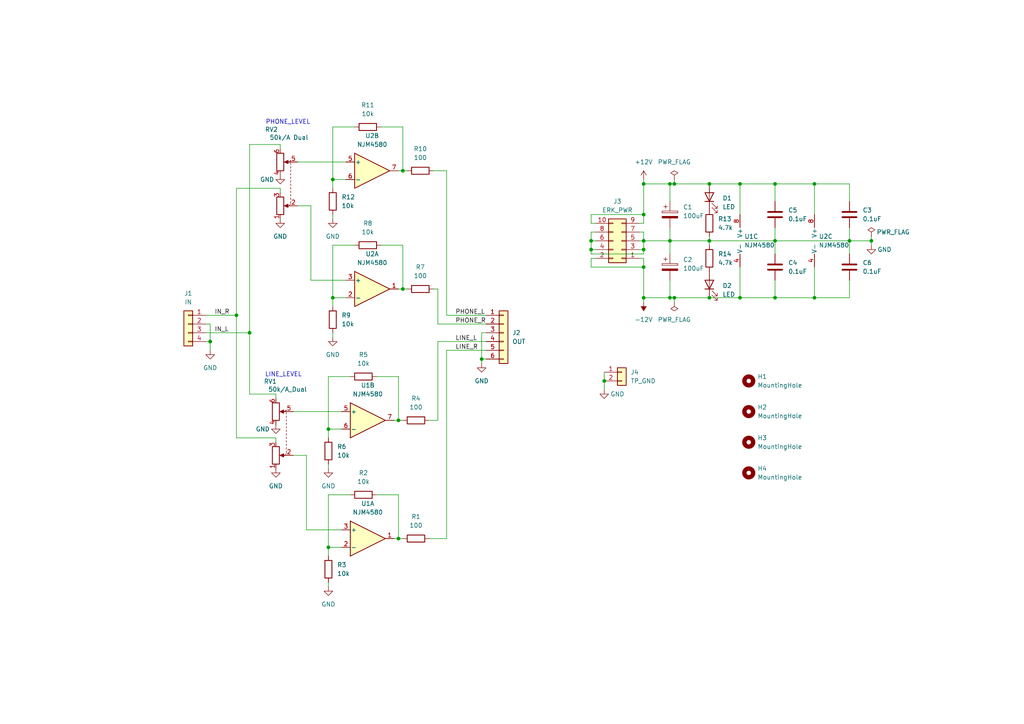
<source format=kicad_sch>
(kicad_sch (version 20211123) (generator eeschema)
  (paper "A4")
  (title_block (title "OUTPUT MOD") (date "2023-08-25") (rev "1.0") (company "PNPN Manufactory"))
  (lib_symbols
    (symbol "Amplifier_Operational:NJM4580" (pin_names (offset 0.127))
      (property "Reference" "U" (at 0 5.08 0))
      (property "Value" "NJM4580" (at 0 -5.08 0))
      (symbol "NJM4580_1_1"
        (polyline (pts (xy -5.08 5.08) (xy 5.08 0) (xy -5.08 -5.08) (xy -5.08 5.08)) (stroke (width 0.254)) (fill (type background)))
        (pin output line (at 7.62 0 180) (length 2.54) (name "~") (number "1"))
        (pin input line (at -7.62 -2.54 0) (length 2.54) (name "-") (number "2"))
        (pin input line (at -7.62 2.54 0) (length 2.54) (name "+") (number "3"))
      )
      (symbol "NJM4580_2_1"
        (polyline (pts (xy -5.08 5.08) (xy 5.08 0) (xy -5.08 -5.08) (xy -5.08 5.08)) (stroke (width 0.254)) (fill (type background)))
        (pin input line (at -7.62 2.54 0) (length 2.54) (name "+") (number "5"))
        (pin input line (at -7.62 -2.54 0) (length 2.54) (name "-") (number "6"))
        (pin output line (at 7.62 0 180) (length 2.54) (name "~") (number "7"))
      )
      (symbol "NJM4580_3_1"
        (pin power_in line (at -2.54 -7.62 90) (length 3.81) (name "V-") (number "4"))
        (pin power_in line (at -2.54 7.62 270) (length 3.81) (name "V+") (number "8"))
      )
    )
    (symbol "Connector_Generic:Conn_01x02" (pin_names (offset 1.016) hide)
      (property "Reference" "J" (at 0 2.54 0))
      (property "Value" "Conn_01x02" (at 0 -5.08 0))
      (symbol "Conn_01x02_1_1"
        (rectangle (start -1.27 -2.413) (end 0 -2.667) (stroke (width 0.1524)))
        (rectangle (start -1.27 0.127) (end 0 -0.127) (stroke (width 0.1524)))
        (rectangle (start -1.27 1.27) (end 1.27 -3.81) (stroke (width 0.254)) (fill (type background)))
        (pin passive line (at -5.08 0 0) (length 3.81) (name "Pin_1") (number "1"))
        (pin passive line (at -5.08 -2.54 0) (length 3.81) (name "Pin_2") (number "2"))
      )
    )
    (symbol "Connector_Generic:Conn_01x04" (pin_names (offset 1.016) hide)
      (property "Reference" "J" (at 0 5.08 0))
      (property "Value" "Conn_01x04" (at 0 -7.62 0))
      (symbol "Conn_01x04_1_1"
        (rectangle (start -1.27 -4.953) (end 0 -5.207) (stroke (width 0.1524)))
        (rectangle (start -1.27 -2.413) (end 0 -2.667) (stroke (width 0.1524)))
        (rectangle (start -1.27 0.127) (end 0 -0.127) (stroke (width 0.1524)))
        (rectangle (start -1.27 2.667) (end 0 2.413) (stroke (width 0.1524)))
        (rectangle (start -1.27 3.81) (end 1.27 -6.35) (stroke (width 0.254)) (fill (type background)))
        (pin passive line (at -5.08 2.54 0) (length 3.81) (name "Pin_1") (number "1"))
        (pin passive line (at -5.08 0 0) (length 3.81) (name "Pin_2") (number "2"))
        (pin passive line (at -5.08 -2.54 0) (length 3.81) (name "Pin_3") (number "3"))
        (pin passive line (at -5.08 -5.08 0) (length 3.81) (name "Pin_4") (number "4"))
      )
    )
    (symbol "Connector_Generic:Conn_01x06" (pin_names (offset 1.016) hide)
      (property "Reference" "J" (at 0 7.62 0))
      (property "Value" "Conn_01x06" (at 0 -10.16 0))
      (symbol "Conn_01x06_1_1"
        (rectangle (start -1.27 -7.493) (end 0 -7.747) (stroke (width 0.1524)))
        (rectangle (start -1.27 -4.953) (end 0 -5.207) (stroke (width 0.1524)))
        (rectangle (start -1.27 -2.413) (end 0 -2.667) (stroke (width 0.1524)))
        (rectangle (start -1.27 0.127) (end 0 -0.127) (stroke (width 0.1524)))
        (rectangle (start -1.27 2.667) (end 0 2.413) (stroke (width 0.1524)))
        (rectangle (start -1.27 5.207) (end 0 4.953) (stroke (width 0.1524)))
        (rectangle (start -1.27 6.35) (end 1.27 -8.89) (stroke (width 0.254)) (fill (type background)))
        (pin passive line (at -5.08 5.08 0) (length 3.81) (name "Pin_1") (number "1"))
        (pin passive line (at -5.08 2.54 0) (length 3.81) (name "Pin_2") (number "2"))
        (pin passive line (at -5.08 0 0) (length 3.81) (name "Pin_3") (number "3"))
        (pin passive line (at -5.08 -2.54 0) (length 3.81) (name "Pin_4") (number "4"))
        (pin passive line (at -5.08 -5.08 0) (length 3.81) (name "Pin_5") (number "5"))
        (pin passive line (at -5.08 -7.62 0) (length 3.81) (name "Pin_6") (number "6"))
      )
    )
    (symbol "Connector_Generic:Conn_02x05_Odd_Even" (pin_names (offset 1.016) hide)
      (property "Reference" "J" (at 1.27 7.62 0))
      (property "Value" "Conn_02x05_Odd_Even" (at 1.27 -7.62 0))
      (symbol "Conn_02x05_Odd_Even_1_1"
        (rectangle (start -1.27 -4.953) (end 0 -5.207) (stroke (width 0.1524)))
        (rectangle (start -1.27 -2.413) (end 0 -2.667) (stroke (width 0.1524)))
        (rectangle (start -1.27 0.127) (end 0 -0.127) (stroke (width 0.1524)))
        (rectangle (start -1.27 2.667) (end 0 2.413) (stroke (width 0.1524)))
        (rectangle (start -1.27 5.207) (end 0 4.953) (stroke (width 0.1524)))
        (rectangle (start -1.27 6.35) (end 3.81 -6.35) (stroke (width 0.254)) (fill (type background)))
        (rectangle (start 3.81 -4.953) (end 2.54 -5.207) (stroke (width 0.1524)))
        (rectangle (start 3.81 -2.413) (end 2.54 -2.667) (stroke (width 0.1524)))
        (rectangle (start 3.81 0.127) (end 2.54 -0.127) (stroke (width 0.1524)))
        (rectangle (start 3.81 2.667) (end 2.54 2.413) (stroke (width 0.1524)))
        (rectangle (start 3.81 5.207) (end 2.54 4.953) (stroke (width 0.1524)))
        (pin passive line (at -5.08 5.08 0) (length 3.81) (name "Pin_1") (number "1"))
        (pin passive line (at 7.62 -5.08 180) (length 3.81) (name "Pin_10") (number "10"))
        (pin passive line (at 7.62 5.08 180) (length 3.81) (name "Pin_2") (number "2"))
        (pin passive line (at -5.08 2.54 0) (length 3.81) (name "Pin_3") (number "3"))
        (pin passive line (at 7.62 2.54 180) (length 3.81) (name "Pin_4") (number "4"))
        (pin passive line (at -5.08 0 0) (length 3.81) (name "Pin_5") (number "5"))
        (pin passive line (at 7.62 0 180) (length 3.81) (name "Pin_6") (number "6"))
        (pin passive line (at -5.08 -2.54 0) (length 3.81) (name "Pin_7") (number "7"))
        (pin passive line (at 7.62 -2.54 180) (length 3.81) (name "Pin_8") (number "8"))
        (pin passive line (at -5.08 -5.08 0) (length 3.81) (name "Pin_9") (number "9"))
      )
    )
    (symbol "Device:C" (pin_numbers hide) (pin_names (offset 0.254))
      (property "Reference" "C" (at 0.635 2.54 0))
      (property "Value" "C" (at 0.635 -2.54 0))
      (symbol "C_0_1"
        (polyline (pts (xy -2.032 -0.762) (xy 2.032 -0.762)) (stroke (width 0.508)))
        (polyline (pts (xy -2.032 0.762) (xy 2.032 0.762)) (stroke (width 0.508)))
      )
      (symbol "C_1_1"
        (pin passive line (at 0 3.81 270) (length 2.794) (name "~") (number "1"))
        (pin passive line (at 0 -3.81 90) (length 2.794) (name "~") (number "2"))
      )
    )
    (symbol "Device:C_Polarized" (pin_numbers hide) (pin_names (offset 0.254))
      (property "Reference" "C" (at 0.635 2.54 0))
      (property "Value" "C_Polarized" (at 0.635 -2.54 0))
      (symbol "C_Polarized_0_1"
        (rectangle (start -2.286 0.508) (end 2.286 1.016))
        (polyline (pts (xy -1.778 2.286) (xy -0.762 2.286)))
        (polyline (pts (xy -1.27 2.794) (xy -1.27 1.778)))
        (rectangle (start 2.286 -0.508) (end -2.286 -1.016) (fill (type outline)))
      )
      (symbol "C_Polarized_1_1"
        (pin passive line (at 0 3.81 270) (length 2.794) (name "~") (number "1"))
        (pin passive line (at 0 -3.81 90) (length 2.794) (name "~") (number "2"))
      )
    )
    (symbol "Device:LED" (pin_numbers hide) (pin_names (offset 1.016) hide)
      (property "Reference" "D" (at 0 2.54 0))
      (property "Value" "LED" (at 0 -2.54 0))
      (symbol "LED_0_1"
        (polyline (pts (xy -1.27 -1.27) (xy -1.27 1.27)) (stroke (width 0.254)))
        (polyline (pts (xy -1.27 0) (xy 1.27 0)))
        (polyline (pts (xy 1.27 -1.27) (xy 1.27 1.27) (xy -1.27 0) (xy 1.27 -1.27)) (stroke (width 0.254)))
        (polyline (pts (xy -3.048 -0.762) (xy -4.572 -2.286) (xy -3.81 -2.286) (xy -4.572 -2.286) (xy -4.572 -1.524)))
        (polyline (pts (xy -1.778 -0.762) (xy -3.302 -2.286) (xy -2.54 -2.286) (xy -3.302 -2.286) (xy -3.302 -1.524)))
      )
      (symbol "LED_1_1"
        (pin passive line (at -3.81 0 0) (length 2.54) (name "K") (number "1"))
        (pin passive line (at 3.81 0 180) (length 2.54) (name "A") (number "2"))
      )
    )
    (symbol "Device:R" (pin_numbers hide) (pin_names (offset 0))
      (property "Reference" "R" (at 2.032 0 90))
      (property "Value" "R" (at 0 0 90))
      (symbol "R_0_1"
        (rectangle (start -1.016 -2.54) (end 1.016 2.54) (stroke (width 0.254)))
      )
      (symbol "R_1_1"
        (pin passive line (at 0 3.81 270) (length 1.27) (name "~") (number "1"))
        (pin passive line (at 0 -3.81 90) (length 1.27) (name "~") (number "2"))
      )
    )
    (symbol "Device:R_Potentiometer_Dual" (pin_names (offset 1.016) hide)
      (property "Reference" "RV" (at 0 3.81 0))
      (property "Value" "R_Potentiometer_Dual" (at 0 1.905 0))
      (symbol "R_Potentiometer_Dual_0_1"
        (rectangle (start -8.89 -1.524) (end -3.81 -3.556) (stroke (width 0.254)))
        (polyline (pts (xy -6.35 0) (xy -6.35 -1.016)))
        (polyline (pts (xy -6.35 0) (xy -6.35 -1.016)))
        (polyline (pts (xy -6.35 0) (xy -5.842 0.508)))
        (polyline (pts (xy -5.588 0.508) (xy -5.08 0.508)))
        (polyline (pts (xy -4.572 0.508) (xy -4.064 0.508)))
        (polyline (pts (xy -3.556 0.508) (xy -3.048 0.508)))
        (polyline (pts (xy -2.54 0.508) (xy -2.032 0.508)))
        (polyline (pts (xy -1.524 0.508) (xy -1.016 0.508)))
        (polyline (pts (xy -0.508 0.508) (xy 0 0.508)))
        (polyline (pts (xy 0.508 0.508) (xy 1.016 0.508)))
        (polyline (pts (xy 1.524 0.508) (xy 2.032 0.508)))
        (polyline (pts (xy 2.54 0.508) (xy 3.048 0.508)))
        (polyline (pts (xy 3.556 0.508) (xy 4.064 0.508)))
        (polyline (pts (xy 4.572 0.508) (xy 5.08 0.508)))
        (polyline (pts (xy 5.588 0.508) (xy 6.096 0.508)))
        (polyline (pts (xy 6.35 0) (xy 6.35 -1.016)))
        (polyline (pts (xy 6.35 0) (xy 6.35 -1.016)))
        (polyline (pts (xy 6.604 0.508) (xy 6.858 0.508) (xy 6.35 0)))
        (polyline (pts (xy -6.35 -1.397) (xy -6.858 -0.254) (xy -5.842 -0.254) (xy -6.35 -1.397)) (fill (type outline)))
        (polyline (pts (xy 6.35 -1.397) (xy 5.842 -0.254) (xy 6.858 -0.254) (xy 6.35 -1.397)) (fill (type outline)))
        (rectangle (start 3.81 -1.524) (end 8.89 -3.556) (stroke (width 0.254)))
      )
      (symbol "R_Potentiometer_Dual_1_1"
        (pin passive line (at -10.16 -2.54 0) (length 1.27) (name "1") (number "1"))
        (pin passive line (at -6.35 2.54 270) (length 2.54) (name "2") (number "2"))
        (pin passive line (at -2.54 -2.54 180) (length 1.27) (name "3") (number "3"))
        (pin passive line (at 2.54 -2.54 0) (length 1.27) (name "4") (number "4"))
        (pin passive line (at 6.35 2.54 270) (length 2.54) (name "5") (number "5"))
        (pin passive line (at 10.16 -2.54 180) (length 1.27) (name "6") (number "6"))
      )
    )
    (symbol "Mechanical:MountingHole" (pin_names (offset 1.016))
      (property "Reference" "H" (at 0 5.08 0))
      (property "Value" "MountingHole" (at 0 3.175 0))
      (symbol "MountingHole_0_1"
        (circle (center 0 0) (radius 1.27) (stroke (width 1.27)))
      )
    )
    (symbol "power:+12V" (power) (pin_names (offset 0))
      (property "Value" "+12V" (at 0 3.556 0))
      (symbol "+12V_0_1"
        (polyline (pts (xy -0.762 1.27) (xy 0 2.54)))
        (polyline (pts (xy 0 0) (xy 0 2.54)))
        (polyline (pts (xy 0 2.54) (xy 0.762 1.27)))
      )
      (symbol "+12V_1_1"
        (pin power_in line (at 0 0 90) (length 0) hide (name "+12V") (number "1"))
      )
    )
    (symbol "power:-12V" (power) (pin_names (offset 0))
      (property "Value" "-12V" (at 0 3.81 0))
      (symbol "-12V_0_0"
        (pin power_in line (at 0 0 90) (length 0) hide (name "-12V") (number "1"))
      )
      (symbol "-12V_0_1"
        (polyline (pts (xy 0 0) (xy 0 1.27) (xy 0.762 1.27) (xy 0 2.54) (xy -0.762 1.27) (xy 0 1.27)) (fill (type outline)))
      )
    )
    (symbol "power:GND" (power) (pin_names (offset 0))
      (property "Value" "GND" (at 0 -3.81 0))
      (symbol "GND_0_1"
        (polyline (pts (xy 0 0) (xy 0 -1.27) (xy 1.27 -1.27) (xy 0 -2.54) (xy -1.27 -1.27) (xy 0 -1.27)))
      )
      (symbol "GND_1_1"
        (pin power_in line (at 0 0 270) (length 0) hide (name "GND") (number "1"))
      )
    )
    (symbol "power:PWR_FLAG" (power) (pin_numbers hide) (pin_names (offset 0) hide)
      (property "Value" "PWR_FLAG" (at 0 3.81 0))
      (symbol "PWR_FLAG_0_0"
        (pin power_out line (at 0 0 90) (length 0) (name "pwr") (number "1"))
      )
      (symbol "PWR_FLAG_0_1"
        (polyline (pts (xy 0 0) (xy 0 1.27) (xy -1.016 1.905) (xy 0 2.54) (xy 1.016 1.905) (xy 0 1.27)))
      )
    )
  )
  (junction (at 115.57 121.92))
  (junction (at 205.74 86.36))
  (junction (at 224.79 69.85))
  (junction (at 95.25 158.75))
  (junction (at 171.45 69.85))
  (junction (at 205.74 53.34))
  (junction (at 246.38 69.85))
  (junction (at 186.69 62.23))
  (junction (at 214.63 53.34))
  (junction (at 205.74 69.85))
  (junction (at 68.58 91.44))
  (junction (at 236.22 53.34))
  (junction (at 186.69 53.34))
  (junction (at 60.96 99.06))
  (junction (at 175.26 110.49))
  (junction (at 195.58 86.36))
  (junction (at 186.69 86.36))
  (junction (at 115.57 156.21))
  (junction (at 236.22 86.36))
  (junction (at 224.79 53.34))
  (junction (at 95.25 124.46))
  (junction (at 186.69 77.47))
  (junction (at 116.84 49.53))
  (junction (at 186.69 72.39))
  (junction (at 252.73 69.85))
  (junction (at 139.7 104.14))
  (junction (at 194.31 53.34))
  (junction (at 171.45 72.39))
  (junction (at 116.84 83.82))
  (junction (at 96.52 86.36))
  (junction (at 96.52 52.07))
  (junction (at 195.58 53.34))
  (junction (at 194.31 69.85))
  (junction (at 194.31 86.36))
  (junction (at 214.63 86.36))
  (junction (at 72.39 96.52))
  (junction (at 186.69 69.85))
  (junction (at 224.79 86.36))
  (wire (pts (xy 95.25 109.22) (xy 101.6 109.22)))
  (wire (pts (xy 186.69 53.34) (xy 194.31 53.34)))
  (wire (pts (xy 116.84 71.12) (xy 116.84 83.82)))
  (wire (pts (xy 80.01 127) (xy 80.01 128.27)))
  (wire (pts (xy 224.79 86.36) (xy 236.22 86.36)))
  (wire (pts (xy 100.33 52.07) (xy 96.52 52.07)))
  (wire (pts (xy 171.45 64.77) (xy 171.45 62.23)))
  (wire (pts (xy 100.33 86.36) (xy 96.52 86.36)))
  (wire (pts (xy 96.52 36.83) (xy 102.87 36.83)))
  (wire (pts (xy 115.57 121.92) (xy 114.3 121.92)))
  (wire (pts (xy 224.79 81.28) (xy 224.79 86.36)))
  (wire (pts (xy 246.38 81.28) (xy 246.38 86.36)))
  (wire (pts (xy 125.73 83.82) (xy 127 83.82)))
  (wire (pts (xy 59.69 96.52) (xy 72.39 96.52)))
  (wire (pts (xy 194.31 81.28) (xy 194.31 86.36)))
  (wire (pts (xy 246.38 66.04) (xy 246.38 69.85)))
  (wire (pts (xy 96.52 52.07) (xy 96.52 54.61)))
  (wire (pts (xy 186.69 69.85) (xy 186.69 72.39)))
  (wire (pts (xy 140.97 96.52) (xy 139.7 96.52)))
  (wire (pts (xy 59.69 99.06) (xy 60.96 99.06)))
  (wire (pts (xy 116.84 83.82) (xy 118.11 83.82)))
  (wire (pts (xy 185.42 67.31) (xy 186.69 67.31)))
  (wire (pts (xy 115.57 143.51) (xy 115.57 156.21)))
  (wire (pts (xy 224.79 69.85) (xy 224.79 73.66)))
  (wire (pts (xy 205.74 69.85) (xy 205.74 71.12)))
  (wire (pts (xy 171.45 62.23) (xy 186.69 62.23)))
  (wire (pts (xy 72.39 114.3) (xy 80.01 114.3)))
  (wire (pts (xy 205.74 86.36) (xy 214.63 86.36)))
  (wire (pts (xy 194.31 86.36) (xy 195.58 86.36)))
  (wire (pts (xy 171.45 77.47) (xy 186.69 77.47)))
  (wire (pts (xy 68.58 127) (xy 80.01 127)))
  (wire (pts (xy 72.39 41.91) (xy 72.39 96.52)))
  (wire (pts (xy 186.69 62.23) (xy 186.69 64.77)))
  (wire (pts (xy 171.45 67.31) (xy 171.45 69.85)))
  (wire (pts (xy 95.25 158.75) (xy 95.25 143.51)))
  (wire (pts (xy 110.49 71.12) (xy 116.84 71.12)))
  (wire (pts (xy 99.06 158.75) (xy 95.25 158.75)))
  (wire (pts (xy 127 83.82) (xy 127 93.98)))
  (wire (pts (xy 224.79 53.34) (xy 224.79 58.42)))
  (wire (pts (xy 115.57 109.22) (xy 115.57 121.92)))
  (wire (pts (xy 80.01 114.3) (xy 80.01 115.57)))
  (wire (pts (xy 186.69 62.23) (xy 186.69 53.34)))
  (wire (pts (xy 214.63 86.36) (xy 224.79 86.36)))
  (wire (pts (xy 124.46 121.92) (xy 127 121.92)))
  (wire (pts (xy 186.69 86.36) (xy 194.31 86.36)))
  (wire (pts (xy 186.69 52.07) (xy 186.69 53.34)))
  (wire (pts (xy 116.84 83.82) (xy 115.57 83.82)))
  (wire (pts (xy 60.96 99.06) (xy 60.96 101.6)))
  (wire (pts (xy 88.9 132.08) (xy 88.9 153.67)))
  (wire (pts (xy 195.58 52.07) (xy 195.58 53.34)))
  (wire (pts (xy 171.45 69.85) (xy 172.72 69.85)))
  (wire (pts (xy 129.54 156.21) (xy 129.54 101.6)))
  (wire (pts (xy 96.52 52.07) (xy 96.52 36.83)))
  (wire (pts (xy 115.57 156.21) (xy 116.84 156.21)))
  (wire (pts (xy 139.7 104.14) (xy 139.7 105.41)))
  (wire (pts (xy 59.69 93.98) (xy 60.96 93.98)))
  (wire (pts (xy 139.7 96.52) (xy 139.7 104.14)))
  (wire (pts (xy 95.25 134.62) (xy 95.25 135.89)))
  (wire (pts (xy 68.58 91.44) (xy 68.58 127)))
  (wire (pts (xy 185.42 69.85) (xy 186.69 69.85)))
  (wire (pts (xy 90.17 81.28) (xy 100.33 81.28)))
  (wire (pts (xy 172.72 74.93) (xy 171.45 74.93)))
  (wire (pts (xy 186.69 77.47) (xy 186.69 86.36)))
  (wire (pts (xy 116.84 36.83) (xy 116.84 49.53)))
  (wire (pts (xy 68.58 54.61) (xy 81.28 54.61)))
  (wire (pts (xy 95.25 143.51) (xy 101.6 143.51)))
  (wire (pts (xy 68.58 54.61) (xy 68.58 91.44)))
  (wire (pts (xy 139.7 104.14) (xy 140.97 104.14)))
  (wire (pts (xy 172.72 64.77) (xy 171.45 64.77)))
  (wire (pts (xy 236.22 53.34) (xy 236.22 62.23)))
  (wire (pts (xy 116.84 49.53) (xy 118.11 49.53)))
  (wire (pts (xy 236.22 77.47) (xy 236.22 86.36)))
  (wire (pts (xy 224.79 66.04) (xy 224.79 69.85)))
  (wire (pts (xy 171.45 73.66) (xy 186.69 73.66)))
  (wire (pts (xy 96.52 71.12) (xy 102.87 71.12)))
  (wire (pts (xy 236.22 86.36) (xy 246.38 86.36)))
  (wire (pts (xy 175.26 110.49) (xy 175.26 113.03)))
  (wire (pts (xy 246.38 69.85) (xy 246.38 73.66)))
  (wire (pts (xy 129.54 101.6) (xy 140.97 101.6)))
  (wire (pts (xy 72.39 96.52) (xy 72.39 114.3)))
  (wire (pts (xy 95.25 168.91) (xy 95.25 170.18)))
  (wire (pts (xy 194.31 69.85) (xy 194.31 73.66)))
  (wire (pts (xy 95.25 158.75) (xy 95.25 161.29)))
  (wire (pts (xy 185.42 72.39) (xy 186.69 72.39)))
  (wire (pts (xy 140.97 91.44) (xy 129.54 91.44)))
  (wire (pts (xy 127 99.06) (xy 140.97 99.06)))
  (wire (pts (xy 246.38 53.34) (xy 246.38 58.42)))
  (wire (pts (xy 115.57 156.21) (xy 114.3 156.21)))
  (wire (pts (xy 171.45 69.85) (xy 171.45 72.39)))
  (wire (pts (xy 85.09 119.38) (xy 99.06 119.38)))
  (wire (pts (xy 85.09 132.08) (xy 88.9 132.08)))
  (wire (pts (xy 214.63 62.23) (xy 214.63 53.34)))
  (wire (pts (xy 194.31 69.85) (xy 205.74 69.85)))
  (wire (pts (xy 109.22 109.22) (xy 115.57 109.22)))
  (wire (pts (xy 96.52 86.36) (xy 96.52 88.9)))
  (wire (pts (xy 127 93.98) (xy 140.97 93.98)))
  (wire (pts (xy 185.42 64.77) (xy 186.69 64.77)))
  (wire (pts (xy 186.69 69.85) (xy 194.31 69.85)))
  (wire (pts (xy 224.79 53.34) (xy 236.22 53.34)))
  (wire (pts (xy 110.49 36.83) (xy 116.84 36.83)))
  (wire (pts (xy 236.22 53.34) (xy 246.38 53.34)))
  (wire (pts (xy 195.58 53.34) (xy 205.74 53.34)))
  (wire (pts (xy 115.57 121.92) (xy 116.84 121.92)))
  (wire (pts (xy 99.06 124.46) (xy 95.25 124.46)))
  (wire (pts (xy 95.25 124.46) (xy 95.25 109.22)))
  (wire (pts (xy 81.28 54.61) (xy 81.28 55.88)))
  (wire (pts (xy 124.46 156.21) (xy 129.54 156.21)))
  (wire (pts (xy 59.69 91.44) (xy 68.58 91.44)))
  (wire (pts (xy 171.45 72.39) (xy 171.45 73.66)))
  (wire (pts (xy 186.69 67.31) (xy 186.69 69.85)))
  (wire (pts (xy 205.74 53.34) (xy 214.63 53.34)))
  (wire (pts (xy 194.31 66.04) (xy 194.31 69.85)))
  (wire (pts (xy 214.63 77.47) (xy 214.63 86.36)))
  (wire (pts (xy 252.73 69.85) (xy 252.73 71.12)))
  (wire (pts (xy 186.69 74.93) (xy 185.42 74.93)))
  (wire (pts (xy 175.26 107.95) (xy 175.26 110.49)))
  (wire (pts (xy 214.63 53.34) (xy 224.79 53.34)))
  (wire (pts (xy 86.36 46.99) (xy 100.33 46.99)))
  (wire (pts (xy 129.54 91.44) (xy 129.54 49.53)))
  (wire (pts (xy 194.31 58.42) (xy 194.31 53.34)))
  (wire (pts (xy 90.17 59.69) (xy 90.17 81.28)))
  (wire (pts (xy 171.45 72.39) (xy 172.72 72.39)))
  (wire (pts (xy 96.52 96.52) (xy 96.52 97.79)))
  (wire (pts (xy 171.45 74.93) (xy 171.45 77.47)))
  (wire (pts (xy 88.9 153.67) (xy 99.06 153.67)))
  (wire (pts (xy 72.39 41.91) (xy 81.28 41.91)))
  (wire (pts (xy 186.69 77.47) (xy 186.69 74.93)))
  (wire (pts (xy 116.84 49.53) (xy 115.57 49.53)))
  (wire (pts (xy 109.22 143.51) (xy 115.57 143.51)))
  (wire (pts (xy 194.31 53.34) (xy 195.58 53.34)))
  (wire (pts (xy 127 121.92) (xy 127 99.06)))
  (wire (pts (xy 186.69 86.36) (xy 186.69 87.63)))
  (wire (pts (xy 246.38 69.85) (xy 252.73 69.85)))
  (wire (pts (xy 172.72 67.31) (xy 171.45 67.31)))
  (wire (pts (xy 252.73 68.58) (xy 252.73 69.85)))
  (wire (pts (xy 60.96 93.98) (xy 60.96 99.06)))
  (wire (pts (xy 186.69 72.39) (xy 186.69 73.66)))
  (wire (pts (xy 205.74 69.85) (xy 224.79 69.85)))
  (wire (pts (xy 224.79 69.85) (xy 246.38 69.85)))
  (wire (pts (xy 95.25 124.46) (xy 95.25 127)))
  (wire (pts (xy 129.54 49.53) (xy 125.73 49.53)))
  (wire (pts (xy 81.28 41.91) (xy 81.28 43.18)))
  (wire (pts (xy 195.58 86.36) (xy 195.58 87.63)))
  (wire (pts (xy 86.36 59.69) (xy 90.17 59.69)))
  (wire (pts (xy 96.52 62.23) (xy 96.52 63.5)))
  (wire (pts (xy 205.74 68.58) (xy 205.74 69.85)))
  (wire (pts (xy 195.58 86.36) (xy 205.74 86.36)))
  (wire (pts (xy 96.52 86.36) (xy 96.52 71.12)))
  (text "PHONE_LEVEL" (at 77.0254 36.2319 0) (effects (font (size 1.27 1.27)) (justify left bottom)))
  (text "LINE_LEVEL" (at 76.857 109.4597 0) (effects (font (size 1.27 1.27)) (justify left bottom)))
  (label "PHONE_R" (at 132.08 93.98 0))
  (label "LINE_L" (at 132.08 99.06 0))
  (label "PHONE_L" (at 132.08 91.44 0))
  (label "IN_R" (at 62.23 91.44 0))
  (label "IN_L" (at 62.23 96.52 0))
  (label "LINE_R" (at 132.08 101.6 0))
  (symbol (lib_id "Device:R_Potentiometer_Dual") (at 83.82 53.34 270) (mirror x) (unit 1)
    (property "Reference" "RV2" (at 80.6311 37.5637 90) (effects (justify right)))
    (property "Value" "50k/A Dual" (at 89.4668 39.8785 90) (effects (justify right)))
    (property "Footprint" "Potentiometer_THT:Potentiometer_Alps_RK097_Dual_Horizontal" (effects hide))
  )
  (symbol (lib_id "Device:R") (at 121.92 83.82 90) (unit 1)
    (property "Reference" "R7" (at 121.92 77.47 90))
    (property "Value" "100" (at 121.92 80.01 90))
    (property "Footprint" "Resistor_THT:R_Axial_DIN0207_L6.3mm_D2.5mm_P10.16mm_Horizontal" (effects hide))
  )
  (symbol (lib_id "power:GND") (at 96.52 63.5 0) (unit 1)
    (property "Reference" "#PWR08" (effects hide))
    (property "Value" "GND" (at 96.52 68.58 0))
  )
  (symbol (lib_id "power:-12V") (at 186.69 87.63 180) (unit 1)
    (property "Reference" "#PWR013" (effects hide))
    (property "Value" "-12V" (at 186.69 92.71 0))
  )
  (symbol (lib_id "power:GND") (at 95.25 170.18 0) (unit 1)
    (property "Reference" "#PWR07" (effects hide))
    (property "Value" "GND" (at 95.25 175.26 0))
  )
  (symbol (lib_id "power:GND") (at 80.01 123.19 0) (unit 1)
    (property "Reference" "#PWR02" (effects hide))
    (property "Value" "GND" (at 76.2 124.46 0))
  )
  (symbol (lib_id "Mechanical:MountingHole") (at 217.17 128.27 0) (unit 1)
    (property "Reference" "H3" (at 219.71 126.9999 0) (effects (justify left)))
    (property "Value" "MountingHole" (at 219.71 129.5399 0) (effects (justify left)))
    (property "Footprint" "MountingHole:MountingHole_3.2mm_M3" (effects hide))
  )
  (symbol (lib_id "power:GND") (at 81.28 63.5 0) (unit 1)
    (property "Reference" "#PWR05" (effects hide))
    (property "Value" "GND" (at 81.28 68.58 0))
  )
  (symbol (lib_id "power:GND") (at 175.26 113.03 0) (unit 1)
    (property "Reference" "#PWR011" (effects hide))
    (property "Value" "GND" (at 179.07 114.3 0))
  )
  (symbol (lib_id "Device:C") (at 224.79 77.47 0) (unit 1)
    (property "Reference" "C4" (at 228.6 76.1999 0) (effects (justify left)))
    (property "Value" "0.1uF" (at 228.6 78.7399 0) (effects (justify left)))
    (property "Footprint" "Capacitor_THT:C_Disc_D3.0mm_W1.6mm_P2.50mm" (effects hide))
  )
  (symbol (lib_id "Device:R") (at 106.68 71.12 90) (unit 1)
    (property "Reference" "R8" (at 106.68 64.77 90))
    (property "Value" "10k" (at 106.68 67.31 90))
    (property "Footprint" "Resistor_THT:R_Axial_DIN0207_L6.3mm_D2.5mm_P10.16mm_Horizontal" (effects hide))
  )
  (symbol (lib_id "Device:C_Polarized") (at 194.31 62.23 0) (unit 1)
    (property "Reference" "C1" (at 198.12 60.0709 0) (effects (justify left)))
    (property "Value" "100uF" (at 198.12 62.6109 0) (effects (justify left)))
    (property "Footprint" "Capacitor_THT:CP_Radial_D6.3mm_P2.50mm" (effects hide))
  )
  (symbol (lib_id "power:GND") (at 252.73 71.12 0) (unit 1)
    (property "Reference" "#PWR014" (effects hide))
    (property "Value" "GND" (at 256.54 72.39 0))
  )
  (symbol (lib_id "Connector_Generic:Conn_01x02") (at 180.34 107.95 0) (unit 1)
    (property "Reference" "J4" (at 182.88 107.9499 0) (effects (justify left)))
    (property "Value" "TP_GND" (at 182.88 110.4899 0) (effects (justify left)))
    (property "Footprint" "Connector_PinHeader_2.54mm:PinHeader_1x02_P2.54mm_Vertical" (effects hide))
  )
  (symbol (lib_id "Device:R") (at 121.92 49.53 90) (unit 1)
    (property "Reference" "R10" (at 121.92 43.18 90))
    (property "Value" "100" (at 121.92 45.72 90))
    (property "Footprint" "Resistor_THT:R_Axial_DIN0207_L6.3mm_D2.5mm_P10.16mm_Horizontal" (effects hide))
  )
  (symbol (lib_id "power:GND") (at 139.7 105.41 0) (unit 1)
    (property "Reference" "#PWR010" (effects hide))
    (property "Value" "GND" (at 139.7 110.49 0))
  )
  (symbol (lib_id "Amplifier_Operational:NJM4580") (at 238.76 69.85 0) (unit 3)
    (property "Reference" "U2" (at 237.49 68.5799 0) (effects (justify left)))
    (property "Value" "NJM4580" (at 237.49 71.1199 0) (effects (justify left)))
    (property "Footprint" "Package_DIP:DIP-8_W7.62mm_Socket" (effects hide))
    (property "Datasheet" "http://www.njr.com/semicon/PDF/NJM4580_E.pdf" (effects hide))
  )
  (symbol (lib_id "Amplifier_Operational:NJM4580") (at 106.68 121.92 0) (unit 2)
    (property "Reference" "U1" (at 106.68 111.76 0))
    (property "Value" "NJM4580" (at 106.68 114.3 0))
    (property "Footprint" "Package_DIP:DIP-8_W7.62mm_Socket" (effects hide))
    (property "Datasheet" "http://www.njr.com/semicon/PDF/NJM4580_E.pdf" (effects hide))
  )
  (symbol (lib_id "power:+12V") (at 186.69 52.07 0) (unit 1)
    (property "Reference" "#PWR012" (effects hide))
    (property "Value" "+12V" (at 186.69 46.99 0))
  )
  (symbol (lib_id "Mechanical:MountingHole") (at 217.17 119.38 0) (unit 1)
    (property "Reference" "H2" (at 219.71 118.1099 0) (effects (justify left)))
    (property "Value" "MountingHole" (at 219.71 120.6499 0) (effects (justify left)))
    (property "Footprint" "MountingHole:MountingHole_3.2mm_M3" (effects hide))
  )
  (symbol (lib_id "Connector_Generic:Conn_02x05_Odd_Even") (at 180.34 69.85 180) (unit 1)
    (property "Reference" "J3" (at 179.07 58.42 0))
    (property "Value" "ERK_PWR" (at 179.07 60.96 0))
    (property "Footprint" "Connector_IDC:IDC-Header_2x05_P2.54mm_Vertical" (effects hide))
  )
  (symbol (lib_id "Mechanical:MountingHole") (at 217.17 137.16 0) (unit 1)
    (property "Reference" "H4" (at 219.71 135.8899 0) (effects (justify left)))
    (property "Value" "MountingHole" (at 219.71 138.4299 0) (effects (justify left)))
    (property "Footprint" "MountingHole:MountingHole_3.2mm_M3" (effects hide))
  )
  (symbol (lib_id "Device:C_Polarized") (at 194.31 77.47 0) (unit 1)
    (property "Reference" "C2" (at 198.12 75.3109 0) (effects (justify left)))
    (property "Value" "100uF" (at 198.12 77.8509 0) (effects (justify left)))
    (property "Footprint" "Capacitor_THT:CP_Radial_D6.3mm_P2.50mm" (effects hide))
  )
  (symbol (lib_id "Connector_Generic:Conn_01x06") (at 146.05 96.52 0) (unit 1)
    (property "Reference" "J2" (at 148.59 96.5199 0) (effects (justify left)))
    (property "Value" "OUT" (at 148.59 99.0599 0) (effects (justify left)))
    (property "Footprint" "Connector_JST:JST_XH_B6B-XH-A_1x06_P2.50mm_Vertical" (effects hide))
  )
  (symbol (lib_id "Amplifier_Operational:NJM4580") (at 106.68 156.21 0) (unit 1)
    (property "Reference" "U1" (at 106.68 146.05 0))
    (property "Value" "NJM4580" (at 106.68 148.59 0))
    (property "Footprint" "Package_DIP:DIP-8_W7.62mm_Socket" (effects hide))
    (property "Datasheet" "http://www.njr.com/semicon/PDF/NJM4580_E.pdf" (effects hide))
  )
  (symbol (lib_id "Amplifier_Operational:NJM4580") (at 107.95 49.53 0) (unit 2)
    (property "Reference" "U2" (at 107.95 39.37 0))
    (property "Value" "NJM4580" (at 107.95 41.91 0))
    (property "Footprint" "Package_DIP:DIP-8_W7.62mm_Socket" (effects hide))
    (property "Datasheet" "http://www.njr.com/semicon/PDF/NJM4580_E.pdf" (effects hide))
  )
  (symbol (lib_id "Device:R") (at 106.68 36.83 90) (unit 1)
    (property "Reference" "R11" (at 106.68 30.48 90))
    (property "Value" "10k" (at 106.68 33.02 90))
    (property "Footprint" "Resistor_THT:R_Axial_DIN0207_L6.3mm_D2.5mm_P10.16mm_Horizontal" (effects hide))
  )
  (symbol (lib_id "power:GND") (at 81.28 50.8 0) (unit 1)
    (property "Reference" "#PWR04" (effects hide))
    (property "Value" "GND" (at 77.47 52.07 0))
  )
  (symbol (lib_id "power:GND") (at 60.96 101.6 0) (unit 1)
    (property "Reference" "#PWR01" (effects hide))
    (property "Value" "GND" (at 60.96 106.68 0))
  )
  (symbol (lib_id "Amplifier_Operational:NJM4580") (at 217.17 69.85 0) (unit 3)
    (property "Reference" "U1" (at 215.9 68.5799 0) (effects (justify left)))
    (property "Value" "NJM4580" (at 215.9 71.1199 0) (effects (justify left)))
    (property "Footprint" "Package_DIP:DIP-8_W7.62mm_Socket" (effects hide))
    (property "Datasheet" "http://www.njr.com/semicon/PDF/NJM4580_E.pdf" (effects hide))
  )
  (symbol (lib_id "Mechanical:MountingHole") (at 217.17 110.49 0) (unit 1)
    (property "Reference" "H1" (at 219.71 109.2199 0) (effects (justify left)))
    (property "Value" "MountingHole" (at 219.71 111.7599 0) (effects (justify left)))
    (property "Footprint" "MountingHole:MountingHole_3.2mm_M3" (effects hide))
  )
  (symbol (lib_id "Device:R") (at 105.41 143.51 90) (unit 1)
    (property "Reference" "R2" (at 105.41 137.16 90))
    (property "Value" "10k" (at 105.41 139.7 90))
    (property "Footprint" "Resistor_THT:R_Axial_DIN0207_L6.3mm_D2.5mm_P10.16mm_Horizontal" (effects hide))
  )
  (symbol (lib_id "Device:R") (at 96.52 92.71 0) (unit 1)
    (property "Reference" "R9" (at 99.06 91.4399 0) (effects (justify left)))
    (property "Value" "10k" (at 99.06 93.9799 0) (effects (justify left)))
    (property "Footprint" "Resistor_THT:R_Axial_DIN0207_L6.3mm_D2.5mm_P10.16mm_Horizontal" (effects hide))
  )
  (symbol (lib_id "Device:LED") (at 205.74 82.55 90) (unit 1)
    (property "Reference" "D2" (at 209.55 82.8674 90) (effects (justify right)))
    (property "Value" "LED" (at 209.55 85.4074 90) (effects (justify right)))
    (property "Footprint" "LED_THT:LED_D3.0mm" (effects hide))
  )
  (symbol (lib_id "Device:C") (at 246.38 62.23 0) (unit 1)
    (property "Reference" "C3" (at 250.19 60.9599 0) (effects (justify left)))
    (property "Value" "0.1uF" (at 250.19 63.4999 0) (effects (justify left)))
    (property "Footprint" "Capacitor_THT:C_Disc_D3.0mm_W1.6mm_P2.50mm" (effects hide))
  )
  (symbol (lib_id "Device:R") (at 105.41 109.22 90) (unit 1)
    (property "Reference" "R5" (at 105.41 102.87 90))
    (property "Value" "10k" (at 105.41 105.41 90))
    (property "Footprint" "Resistor_THT:R_Axial_DIN0207_L6.3mm_D2.5mm_P10.16mm_Horizontal" (effects hide))
  )
  (symbol (lib_id "Device:R_Potentiometer_Dual") (at 82.55 125.73 270) (mirror x) (unit 1)
    (property "Reference" "RV1" (at 80.3019 110.6232 90) (effects (justify right)))
    (property "Value" "50k/A_Dual" (at 89.074 112.9379 90) (effects (justify right)))
    (property "Footprint" "Potentiometer_THT:Potentiometer_Alps_RK097_Dual_Horizontal" (effects hide))
  )
  (symbol (lib_id "Device:R") (at 95.25 165.1 0) (unit 1)
    (property "Reference" "R3" (at 97.79 163.8299 0) (effects (justify left)))
    (property "Value" "10k" (at 97.79 166.3699 0) (effects (justify left)))
    (property "Footprint" "Resistor_THT:R_Axial_DIN0207_L6.3mm_D2.5mm_P10.16mm_Horizontal" (effects hide))
  )
  (symbol (lib_id "power:GND") (at 96.52 97.79 0) (unit 1)
    (property "Reference" "#PWR09" (effects hide))
    (property "Value" "GND" (at 96.52 102.87 0))
  )
  (symbol (lib_id "Device:R") (at 96.52 58.42 0) (unit 1)
    (property "Reference" "R12" (at 99.06 57.1499 0) (effects (justify left)))
    (property "Value" "10k" (at 99.06 59.6899 0) (effects (justify left)))
    (property "Footprint" "Resistor_THT:R_Axial_DIN0207_L6.3mm_D2.5mm_P10.16mm_Horizontal" (effects hide))
  )
  (symbol (lib_id "Device:C") (at 224.79 62.23 0) (unit 1)
    (property "Reference" "C5" (at 228.6 60.9599 0) (effects (justify left)))
    (property "Value" "0.1uF" (at 228.6 63.4999 0) (effects (justify left)))
    (property "Footprint" "Capacitor_THT:C_Disc_D3.0mm_W1.6mm_P2.50mm" (effects hide))
  )
  (symbol (lib_id "Device:R") (at 120.65 121.92 90) (unit 1)
    (property "Reference" "R4" (at 120.65 115.57 90))
    (property "Value" "100" (at 120.65 118.11 90))
    (property "Footprint" "Resistor_THT:R_Axial_DIN0207_L6.3mm_D2.5mm_P10.16mm_Horizontal" (effects hide))
  )
  (symbol (lib_id "Device:R") (at 205.74 64.77 0) (unit 1)
    (property "Reference" "R13" (at 208.28 63.4999 0) (effects (justify left)))
    (property "Value" "4.7k" (at 208.28 66.0399 0) (effects (justify left)))
    (property "Footprint" "Resistor_THT:R_Axial_DIN0207_L6.3mm_D2.5mm_P10.16mm_Horizontal" (effects hide))
  )
  (symbol (lib_id "Device:R") (at 95.25 130.81 0) (unit 1)
    (property "Reference" "R6" (at 97.79 129.5399 0) (effects (justify left)))
    (property "Value" "10k" (at 97.79 132.0799 0) (effects (justify left)))
    (property "Footprint" "Resistor_THT:R_Axial_DIN0207_L6.3mm_D2.5mm_P10.16mm_Horizontal" (effects hide))
  )
  (symbol (lib_id "Amplifier_Operational:NJM4580") (at 107.95 83.82 0) (unit 1)
    (property "Reference" "U2" (at 107.95 73.66 0))
    (property "Value" "NJM4580" (at 107.95 76.2 0))
    (property "Footprint" "Package_DIP:DIP-8_W7.62mm_Socket" (effects hide))
    (property "Datasheet" "http://www.njr.com/semicon/PDF/NJM4580_E.pdf" (effects hide))
  )
  (symbol (lib_id "Device:R") (at 205.74 74.93 0) (unit 1)
    (property "Reference" "R14" (at 208.28 73.6599 0) (effects (justify left)))
    (property "Value" "4.7k" (at 208.28 76.1999 0) (effects (justify left)))
    (property "Footprint" "Resistor_THT:R_Axial_DIN0207_L6.3mm_D2.5mm_P10.16mm_Horizontal" (effects hide))
  )
  (symbol (lib_id "power:PWR_FLAG") (at 195.58 87.63 180) (unit 1)
    (property "Reference" "#FLG02" (effects hide))
    (property "Value" "PWR_FLAG" (at 195.58 92.71 0))
  )
  (symbol (lib_id "power:GND") (at 80.01 135.89 0) (unit 1)
    (property "Reference" "#PWR03" (effects hide))
    (property "Value" "GND" (at 80.01 140.97 0))
  )
  (symbol (lib_id "power:GND") (at 95.25 135.89 0) (unit 1)
    (property "Reference" "#PWR06" (effects hide))
    (property "Value" "GND" (at 95.25 140.97 0))
  )
  (symbol (lib_id "Device:LED") (at 205.74 57.15 90) (unit 1)
    (property "Reference" "D1" (at 209.55 57.4674 90) (effects (justify right)))
    (property "Value" "LED" (at 209.55 60.0074 90) (effects (justify right)))
    (property "Footprint" "LED_THT:LED_D3.0mm" (effects hide))
  )
  (symbol (lib_id "Connector_Generic:Conn_01x04") (at 54.61 93.98 0) (mirror y) (unit 1)
    (property "Reference" "J1" (at 54.61 85.09 0))
    (property "Value" "IN" (at 54.61 87.63 0))
    (property "Footprint" "Connector_JST:JST_XH_B4B-XH-A_1x04_P2.50mm_Vertical" (effects hide))
  )
  (symbol (lib_id "power:PWR_FLAG") (at 252.73 68.58 0) (unit 1)
    (property "Reference" "#FLG03" (effects hide))
    (property "Value" "PWR_FLAG" (at 259.08 67.31 0))
  )
  (symbol (lib_id "power:PWR_FLAG") (at 195.58 52.07 0) (unit 1)
    (property "Reference" "#FLG01" (effects hide))
    (property "Value" "PWR_FLAG" (at 195.58 46.99 0))
  )
  (symbol (lib_id "Device:R") (at 120.65 156.21 90) (unit 1)
    (property "Reference" "R1" (at 120.65 149.86 90))
    (property "Value" "100" (at 120.65 152.4 90))
    (property "Footprint" "Resistor_THT:R_Axial_DIN0207_L6.3mm_D2.5mm_P10.16mm_Horizontal" (effects hide))
  )
  (symbol (lib_id "Device:C") (at 246.38 77.47 0) (unit 1)
    (property "Reference" "C6" (at 250.19 76.1999 0) (effects (justify left)))
    (property "Value" "0.1uF" (at 250.19 78.7399 0) (effects (justify left)))
    (property "Footprint" "Capacitor_THT:C_Disc_D3.0mm_W1.6mm_P2.50mm" (effects hide))
  )
)
</source>
